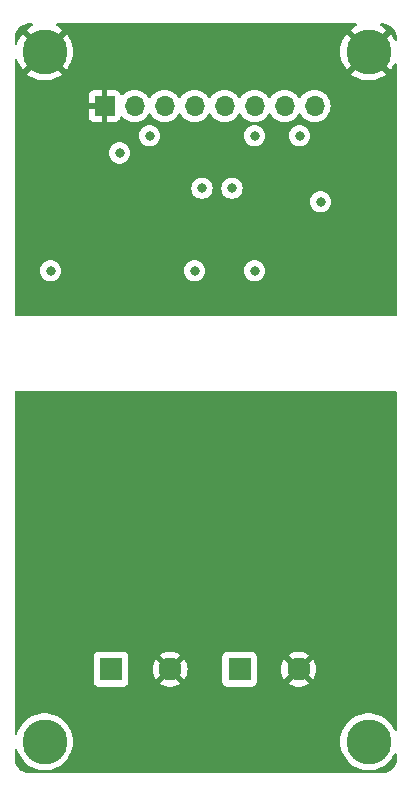
<source format=gbr>
%TF.GenerationSoftware,KiCad,Pcbnew,7.0.10-7.0.10~ubuntu22.04.1*%
%TF.CreationDate,2024-03-28T15:08:32-05:00*%
%TF.ProjectId,IIoT_Sensor,49496f54-5f53-4656-9e73-6f722e6b6963,1.0*%
%TF.SameCoordinates,Original*%
%TF.FileFunction,Copper,L2,Inr*%
%TF.FilePolarity,Positive*%
%FSLAX46Y46*%
G04 Gerber Fmt 4.6, Leading zero omitted, Abs format (unit mm)*
G04 Created by KiCad (PCBNEW 7.0.10-7.0.10~ubuntu22.04.1) date 2024-03-28 15:08:32*
%MOMM*%
%LPD*%
G01*
G04 APERTURE LIST*
%TA.AperFunction,ComponentPad*%
%ADD10C,3.800000*%
%TD*%
%TA.AperFunction,ComponentPad*%
%ADD11R,1.950000X1.950000*%
%TD*%
%TA.AperFunction,ComponentPad*%
%ADD12C,1.950000*%
%TD*%
%TA.AperFunction,ComponentPad*%
%ADD13R,1.700000X1.700000*%
%TD*%
%TA.AperFunction,ComponentPad*%
%ADD14O,1.700000X1.700000*%
%TD*%
%TA.AperFunction,ViaPad*%
%ADD15C,0.800000*%
%TD*%
G04 APERTURE END LIST*
D10*
%TO.N,N/C*%
%TO.C,*%
X174752000Y-112268000D03*
%TD*%
D11*
%TO.N,CHANNEL0*%
%TO.C,J4*%
X163830000Y-106122500D03*
D12*
%TO.N,HGND*%
X168830000Y-106122500D03*
%TD*%
D10*
%TO.N,DGND*%
%TO.C,*%
X174752000Y-53848000D03*
%TD*%
D11*
%TO.N,CHANNEL1*%
%TO.C,J5*%
X152948000Y-106122500D03*
D12*
%TO.N,HGND*%
X157948000Y-106122500D03*
%TD*%
D10*
%TO.N,N/C*%
%TO.C,*%
X147320000Y-112268000D03*
%TD*%
%TO.N,DGND*%
%TO.C,REF\u002A\u002A*%
X147320000Y-53848000D03*
%TD*%
D13*
%TO.N,DGND*%
%TO.C,J1*%
X152400000Y-58420000D03*
D14*
%TO.N,DIN*%
X154940000Y-58420000D03*
%TO.N,~{CS_MCU}*%
X157480000Y-58420000D03*
%TO.N,SCLK*%
X160020000Y-58420000D03*
%TO.N,~{DRDY}*%
X162560000Y-58420000D03*
%TO.N,DVDD*%
X165100000Y-58420000D03*
%TO.N,DOUT*%
X167640000Y-58420000D03*
%TO.N,~{SYNC}{slash}~{RESET}*%
X170180000Y-58420000D03*
%TD*%
D15*
%TO.N,DVDD*%
X165100000Y-72390000D03*
X168910000Y-60960000D03*
X163195000Y-65405000D03*
X147828000Y-72390000D03*
X160655000Y-65405000D03*
X170688000Y-66548000D03*
X156210000Y-60960000D03*
X165100000Y-60960000D03*
%TO.N,DGND*%
X154305000Y-66040000D03*
X165100000Y-65405000D03*
X162560000Y-72390000D03*
X153670000Y-72390000D03*
X174244000Y-60452000D03*
%TO.N,HGND*%
X162814000Y-92710000D03*
X162814000Y-86995000D03*
X173736000Y-95250000D03*
X162814000Y-90805000D03*
X157480000Y-92710000D03*
X163576000Y-95250000D03*
X162814000Y-88900000D03*
%TO.N,CLK*%
X153670000Y-62420363D03*
X160020000Y-72390000D03*
%TD*%
%TA.AperFunction,Conductor*%
%TO.N,HGND*%
G36*
X177107539Y-82569685D02*
G01*
X177153294Y-82622489D01*
X177164500Y-82674000D01*
X177164500Y-111202182D01*
X177144815Y-111269221D01*
X177092011Y-111314976D01*
X177022853Y-111324920D01*
X176959297Y-111295895D01*
X176928302Y-111254979D01*
X176859734Y-111109267D01*
X176859733Y-111109264D01*
X176697885Y-110854232D01*
X176505349Y-110621496D01*
X176285162Y-110414726D01*
X176285159Y-110414724D01*
X176285153Y-110414719D01*
X176040806Y-110237191D01*
X176040799Y-110237186D01*
X176040795Y-110237184D01*
X175776104Y-110091668D01*
X175776101Y-110091666D01*
X175776096Y-110091664D01*
X175776095Y-110091663D01*
X175495265Y-109980475D01*
X175495262Y-109980474D01*
X175202695Y-109905357D01*
X174903036Y-109867500D01*
X174903027Y-109867500D01*
X174600973Y-109867500D01*
X174600963Y-109867500D01*
X174301304Y-109905357D01*
X174008737Y-109980474D01*
X174008734Y-109980475D01*
X173727904Y-110091663D01*
X173727903Y-110091664D01*
X173463205Y-110237184D01*
X173463193Y-110237191D01*
X173218846Y-110414719D01*
X173218836Y-110414727D01*
X172998652Y-110621494D01*
X172806111Y-110854236D01*
X172644268Y-111109261D01*
X172644265Y-111109267D01*
X172515661Y-111382563D01*
X172515659Y-111382568D01*
X172422320Y-111669835D01*
X172365719Y-111966546D01*
X172365718Y-111966553D01*
X172346754Y-112267994D01*
X172346754Y-112268005D01*
X172365718Y-112569446D01*
X172365719Y-112569453D01*
X172422320Y-112866164D01*
X172515659Y-113153431D01*
X172515661Y-113153436D01*
X172644265Y-113426732D01*
X172644268Y-113426738D01*
X172806111Y-113681763D01*
X172998652Y-113914505D01*
X173218836Y-114121272D01*
X173218846Y-114121280D01*
X173463193Y-114298808D01*
X173463198Y-114298810D01*
X173463205Y-114298816D01*
X173727896Y-114444332D01*
X173727901Y-114444334D01*
X173727903Y-114444335D01*
X173727904Y-114444336D01*
X174008734Y-114555524D01*
X174008737Y-114555525D01*
X174106259Y-114580564D01*
X174301302Y-114630642D01*
X174448039Y-114649179D01*
X174600963Y-114668499D01*
X174600969Y-114668499D01*
X174600973Y-114668500D01*
X174600975Y-114668500D01*
X174903025Y-114668500D01*
X174903027Y-114668500D01*
X174903032Y-114668499D01*
X174903036Y-114668499D01*
X174982591Y-114658448D01*
X175202698Y-114630642D01*
X175495262Y-114555525D01*
X175495265Y-114555524D01*
X175776095Y-114444336D01*
X175776096Y-114444335D01*
X175776094Y-114444335D01*
X175776104Y-114444332D01*
X176040795Y-114298816D01*
X176285162Y-114121274D01*
X176505349Y-113914504D01*
X176697885Y-113681768D01*
X176859733Y-113426736D01*
X176928302Y-113281018D01*
X176974657Y-113228743D01*
X177041917Y-113209825D01*
X177108727Y-113230274D01*
X177153875Y-113283597D01*
X177164500Y-113333817D01*
X177164500Y-113660123D01*
X177164117Y-113669855D01*
X177160056Y-113721436D01*
X177159967Y-113722511D01*
X177147714Y-113862568D01*
X177144760Y-113880708D01*
X177125866Y-113959409D01*
X177125067Y-113962556D01*
X177096868Y-114067793D01*
X177091655Y-114083150D01*
X177058388Y-114163467D01*
X177056208Y-114168421D01*
X177012680Y-114261767D01*
X177006025Y-114274153D01*
X176959451Y-114350153D01*
X176955299Y-114356485D01*
X176897414Y-114439154D01*
X176890129Y-114448563D01*
X176831699Y-114516975D01*
X176825090Y-114524124D01*
X176754124Y-114595090D01*
X176746975Y-114601699D01*
X176678563Y-114660129D01*
X176669154Y-114667414D01*
X176586485Y-114725299D01*
X176580153Y-114729451D01*
X176504153Y-114776025D01*
X176491767Y-114782680D01*
X176398421Y-114826208D01*
X176393467Y-114828388D01*
X176313150Y-114861655D01*
X176297793Y-114866868D01*
X176192556Y-114895067D01*
X176189409Y-114895866D01*
X176110708Y-114914760D01*
X176092568Y-114917714D01*
X175952511Y-114929967D01*
X175951436Y-114930056D01*
X175899855Y-114934117D01*
X175890123Y-114934500D01*
X146054877Y-114934500D01*
X146045147Y-114934118D01*
X146040829Y-114933778D01*
X145993562Y-114930057D01*
X145992487Y-114929967D01*
X145852430Y-114917714D01*
X145834290Y-114914760D01*
X145755589Y-114895866D01*
X145752442Y-114895067D01*
X145647205Y-114866868D01*
X145631848Y-114861655D01*
X145551531Y-114828388D01*
X145546577Y-114826208D01*
X145453224Y-114782676D01*
X145440852Y-114776028D01*
X145393554Y-114747044D01*
X145364845Y-114729451D01*
X145358513Y-114725299D01*
X145277394Y-114668499D01*
X145275839Y-114667410D01*
X145266442Y-114660135D01*
X145198023Y-114601699D01*
X145190874Y-114595090D01*
X145119908Y-114524124D01*
X145113299Y-114516975D01*
X145092545Y-114492675D01*
X145054860Y-114448551D01*
X145047594Y-114439166D01*
X144989694Y-114356477D01*
X144985547Y-114350153D01*
X144938963Y-114274135D01*
X144932329Y-114261788D01*
X144888770Y-114168376D01*
X144886622Y-114163496D01*
X144853343Y-114083150D01*
X144848130Y-114067793D01*
X144819910Y-113962476D01*
X144819153Y-113959494D01*
X144800236Y-113880698D01*
X144797285Y-113862579D01*
X144785008Y-113722244D01*
X144784957Y-113721632D01*
X144780882Y-113669853D01*
X144780500Y-113660126D01*
X144780500Y-113003308D01*
X144800185Y-112936269D01*
X144852989Y-112890514D01*
X144922147Y-112880570D01*
X144985703Y-112909595D01*
X145022431Y-112964990D01*
X145083659Y-113153431D01*
X145083661Y-113153436D01*
X145212265Y-113426732D01*
X145212268Y-113426738D01*
X145374111Y-113681763D01*
X145566652Y-113914505D01*
X145786836Y-114121272D01*
X145786846Y-114121280D01*
X146031193Y-114298808D01*
X146031198Y-114298810D01*
X146031205Y-114298816D01*
X146295896Y-114444332D01*
X146295901Y-114444334D01*
X146295903Y-114444335D01*
X146295904Y-114444336D01*
X146576734Y-114555524D01*
X146576737Y-114555525D01*
X146674259Y-114580564D01*
X146869302Y-114630642D01*
X147016039Y-114649179D01*
X147168963Y-114668499D01*
X147168969Y-114668499D01*
X147168973Y-114668500D01*
X147168975Y-114668500D01*
X147471025Y-114668500D01*
X147471027Y-114668500D01*
X147471032Y-114668499D01*
X147471036Y-114668499D01*
X147550591Y-114658448D01*
X147770698Y-114630642D01*
X148063262Y-114555525D01*
X148063265Y-114555524D01*
X148344095Y-114444336D01*
X148344096Y-114444335D01*
X148344094Y-114444335D01*
X148344104Y-114444332D01*
X148608795Y-114298816D01*
X148853162Y-114121274D01*
X149073349Y-113914504D01*
X149265885Y-113681768D01*
X149427733Y-113426736D01*
X149556341Y-113153430D01*
X149649681Y-112866160D01*
X149706280Y-112569457D01*
X149725246Y-112268000D01*
X149706280Y-111966543D01*
X149649681Y-111669840D01*
X149556341Y-111382570D01*
X149427733Y-111109264D01*
X149265885Y-110854232D01*
X149073349Y-110621496D01*
X148853162Y-110414726D01*
X148853159Y-110414724D01*
X148853153Y-110414719D01*
X148608806Y-110237191D01*
X148608799Y-110237186D01*
X148608795Y-110237184D01*
X148344104Y-110091668D01*
X148344101Y-110091666D01*
X148344096Y-110091664D01*
X148344095Y-110091663D01*
X148063265Y-109980475D01*
X148063262Y-109980474D01*
X147770695Y-109905357D01*
X147471036Y-109867500D01*
X147471027Y-109867500D01*
X147168973Y-109867500D01*
X147168963Y-109867500D01*
X146869304Y-109905357D01*
X146576737Y-109980474D01*
X146576734Y-109980475D01*
X146295904Y-110091663D01*
X146295903Y-110091664D01*
X146031205Y-110237184D01*
X146031193Y-110237191D01*
X145786846Y-110414719D01*
X145786836Y-110414727D01*
X145566652Y-110621494D01*
X145374111Y-110854236D01*
X145212268Y-111109261D01*
X145212265Y-111109267D01*
X145083661Y-111382563D01*
X145083659Y-111382568D01*
X145022431Y-111571009D01*
X144982993Y-111628685D01*
X144918635Y-111655883D01*
X144849788Y-111643968D01*
X144798313Y-111596724D01*
X144780500Y-111532691D01*
X144780500Y-107145370D01*
X151472500Y-107145370D01*
X151472501Y-107145376D01*
X151478908Y-107204983D01*
X151529202Y-107339828D01*
X151529206Y-107339835D01*
X151615452Y-107455044D01*
X151615455Y-107455047D01*
X151730664Y-107541293D01*
X151730671Y-107541297D01*
X151865517Y-107591591D01*
X151865516Y-107591591D01*
X151872444Y-107592335D01*
X151925127Y-107598000D01*
X153970872Y-107597999D01*
X154030483Y-107591591D01*
X154165331Y-107541296D01*
X154280546Y-107455046D01*
X154366796Y-107339831D01*
X154417091Y-107204983D01*
X154423500Y-107145373D01*
X154423500Y-106122505D01*
X156467945Y-106122505D01*
X156488130Y-106366105D01*
X156548138Y-106603073D01*
X156646330Y-106826929D01*
X156742626Y-106974319D01*
X157345452Y-106371493D01*
X157355188Y-106401456D01*
X157443186Y-106540119D01*
X157562903Y-106652540D01*
X157697510Y-106726541D01*
X157095758Y-107328294D01*
X157095758Y-107328296D01*
X157138478Y-107361546D01*
X157138484Y-107361550D01*
X157353468Y-107477894D01*
X157353476Y-107477897D01*
X157584664Y-107557265D01*
X157825779Y-107597500D01*
X158070221Y-107597500D01*
X158311335Y-107557265D01*
X158542523Y-107477897D01*
X158542531Y-107477894D01*
X158757514Y-107361551D01*
X158757514Y-107361550D01*
X158800240Y-107328295D01*
X158800240Y-107328294D01*
X158617317Y-107145370D01*
X162354500Y-107145370D01*
X162354501Y-107145376D01*
X162360908Y-107204983D01*
X162411202Y-107339828D01*
X162411206Y-107339835D01*
X162497452Y-107455044D01*
X162497455Y-107455047D01*
X162612664Y-107541293D01*
X162612671Y-107541297D01*
X162747517Y-107591591D01*
X162747516Y-107591591D01*
X162754444Y-107592335D01*
X162807127Y-107598000D01*
X164852872Y-107597999D01*
X164912483Y-107591591D01*
X165047331Y-107541296D01*
X165162546Y-107455046D01*
X165248796Y-107339831D01*
X165299091Y-107204983D01*
X165305500Y-107145373D01*
X165305500Y-106122505D01*
X167349945Y-106122505D01*
X167370130Y-106366105D01*
X167430138Y-106603073D01*
X167528330Y-106826929D01*
X167624626Y-106974319D01*
X168227452Y-106371493D01*
X168237188Y-106401456D01*
X168325186Y-106540119D01*
X168444903Y-106652540D01*
X168579510Y-106726541D01*
X167977758Y-107328294D01*
X167977758Y-107328296D01*
X168020478Y-107361546D01*
X168020484Y-107361550D01*
X168235468Y-107477894D01*
X168235476Y-107477897D01*
X168466664Y-107557265D01*
X168707779Y-107597500D01*
X168952221Y-107597500D01*
X169193335Y-107557265D01*
X169424523Y-107477897D01*
X169424531Y-107477894D01*
X169639514Y-107361551D01*
X169639514Y-107361550D01*
X169682240Y-107328295D01*
X169682240Y-107328294D01*
X169077534Y-106723586D01*
X169145629Y-106696626D01*
X169278492Y-106600095D01*
X169383175Y-106473555D01*
X169431631Y-106370578D01*
X170035372Y-106974319D01*
X170131667Y-106826931D01*
X170131672Y-106826923D01*
X170229861Y-106603073D01*
X170289869Y-106366105D01*
X170310055Y-106122505D01*
X170310055Y-106122494D01*
X170289869Y-105878894D01*
X170229861Y-105641926D01*
X170131669Y-105418070D01*
X170035372Y-105270679D01*
X169432546Y-105873504D01*
X169422812Y-105843544D01*
X169334814Y-105704881D01*
X169215097Y-105592460D01*
X169080488Y-105518457D01*
X169682240Y-104916704D01*
X169682240Y-104916703D01*
X169639514Y-104883449D01*
X169424531Y-104767105D01*
X169424523Y-104767102D01*
X169193335Y-104687734D01*
X168952221Y-104647500D01*
X168707779Y-104647500D01*
X168466664Y-104687734D01*
X168235476Y-104767102D01*
X168235468Y-104767105D01*
X168020481Y-104883451D01*
X167977758Y-104916702D01*
X167977757Y-104916704D01*
X168582466Y-105521412D01*
X168514371Y-105548374D01*
X168381508Y-105644905D01*
X168276825Y-105771445D01*
X168228368Y-105874421D01*
X167624626Y-105270679D01*
X167528328Y-105418075D01*
X167430138Y-105641926D01*
X167370130Y-105878894D01*
X167349945Y-106122494D01*
X167349945Y-106122505D01*
X165305500Y-106122505D01*
X165305499Y-105099628D01*
X165299091Y-105040017D01*
X165253098Y-104916704D01*
X165248797Y-104905171D01*
X165248793Y-104905164D01*
X165162547Y-104789955D01*
X165162544Y-104789952D01*
X165047335Y-104703706D01*
X165047328Y-104703702D01*
X164912482Y-104653408D01*
X164912483Y-104653408D01*
X164852883Y-104647001D01*
X164852881Y-104647000D01*
X164852873Y-104647000D01*
X164852864Y-104647000D01*
X162807129Y-104647000D01*
X162807123Y-104647001D01*
X162747516Y-104653408D01*
X162612671Y-104703702D01*
X162612664Y-104703706D01*
X162497455Y-104789952D01*
X162497452Y-104789955D01*
X162411206Y-104905164D01*
X162411202Y-104905171D01*
X162360908Y-105040017D01*
X162354501Y-105099616D01*
X162354501Y-105099623D01*
X162354500Y-105099635D01*
X162354500Y-107145370D01*
X158617317Y-107145370D01*
X158195534Y-106723586D01*
X158263629Y-106696626D01*
X158396492Y-106600095D01*
X158501175Y-106473555D01*
X158549631Y-106370578D01*
X159153372Y-106974319D01*
X159249667Y-106826931D01*
X159249672Y-106826923D01*
X159347861Y-106603073D01*
X159407869Y-106366105D01*
X159428055Y-106122505D01*
X159428055Y-106122494D01*
X159407869Y-105878894D01*
X159347861Y-105641926D01*
X159249669Y-105418070D01*
X159153372Y-105270679D01*
X158550546Y-105873504D01*
X158540812Y-105843544D01*
X158452814Y-105704881D01*
X158333097Y-105592460D01*
X158198488Y-105518457D01*
X158800240Y-104916704D01*
X158800240Y-104916703D01*
X158757514Y-104883449D01*
X158542531Y-104767105D01*
X158542523Y-104767102D01*
X158311335Y-104687734D01*
X158070221Y-104647500D01*
X157825779Y-104647500D01*
X157584664Y-104687734D01*
X157353476Y-104767102D01*
X157353468Y-104767105D01*
X157138481Y-104883451D01*
X157095758Y-104916702D01*
X157095757Y-104916704D01*
X157700466Y-105521412D01*
X157632371Y-105548374D01*
X157499508Y-105644905D01*
X157394825Y-105771445D01*
X157346368Y-105874421D01*
X156742626Y-105270679D01*
X156646328Y-105418075D01*
X156548138Y-105641926D01*
X156488130Y-105878894D01*
X156467945Y-106122494D01*
X156467945Y-106122505D01*
X154423500Y-106122505D01*
X154423499Y-105099628D01*
X154417091Y-105040017D01*
X154371098Y-104916704D01*
X154366797Y-104905171D01*
X154366793Y-104905164D01*
X154280547Y-104789955D01*
X154280544Y-104789952D01*
X154165335Y-104703706D01*
X154165328Y-104703702D01*
X154030482Y-104653408D01*
X154030483Y-104653408D01*
X153970883Y-104647001D01*
X153970881Y-104647000D01*
X153970873Y-104647000D01*
X153970864Y-104647000D01*
X151925129Y-104647000D01*
X151925123Y-104647001D01*
X151865516Y-104653408D01*
X151730671Y-104703702D01*
X151730664Y-104703706D01*
X151615455Y-104789952D01*
X151615452Y-104789955D01*
X151529206Y-104905164D01*
X151529202Y-104905171D01*
X151478908Y-105040017D01*
X151472501Y-105099616D01*
X151472501Y-105099623D01*
X151472500Y-105099635D01*
X151472500Y-107145370D01*
X144780500Y-107145370D01*
X144780500Y-82674000D01*
X144800185Y-82606961D01*
X144852989Y-82561206D01*
X144904500Y-82550000D01*
X177040500Y-82550000D01*
X177107539Y-82569685D01*
G37*
%TD.AperFunction*%
%TD*%
%TA.AperFunction,Conductor*%
%TO.N,DGND*%
G36*
X173743251Y-51455185D02*
G01*
X173789006Y-51507989D01*
X173798950Y-51577147D01*
X173769925Y-51640703D01*
X173731348Y-51669927D01*
X173731523Y-51670245D01*
X173729358Y-51671434D01*
X173729014Y-51671696D01*
X173728108Y-51672122D01*
X173463476Y-51817604D01*
X173463471Y-51817607D01*
X173238565Y-51981010D01*
X173238564Y-51981011D01*
X174168693Y-52911140D01*
X174154590Y-52918411D01*
X173989460Y-53048271D01*
X173851890Y-53207035D01*
X173817334Y-53266887D01*
X172887311Y-52336864D01*
X172806520Y-52434525D01*
X172806518Y-52434528D01*
X172644707Y-52689502D01*
X172644704Y-52689508D01*
X172516127Y-52962747D01*
X172516125Y-52962752D01*
X172422805Y-53249959D01*
X172366216Y-53546609D01*
X172366215Y-53546616D01*
X172347255Y-53847994D01*
X172347255Y-53848005D01*
X172366215Y-54149383D01*
X172366216Y-54149390D01*
X172422805Y-54446040D01*
X172516125Y-54733247D01*
X172516127Y-54733252D01*
X172644704Y-55006491D01*
X172644707Y-55006497D01*
X172806516Y-55261469D01*
X172887311Y-55359133D01*
X173816210Y-54430234D01*
X173916894Y-54571624D01*
X174068932Y-54716592D01*
X174171222Y-54782329D01*
X173238564Y-55714987D01*
X173238565Y-55714989D01*
X173463461Y-55878385D01*
X173463479Y-55878397D01*
X173728109Y-56023878D01*
X173728117Y-56023882D01*
X174008889Y-56135047D01*
X174008892Y-56135048D01*
X174301399Y-56210150D01*
X174600995Y-56247999D01*
X174601007Y-56248000D01*
X174902993Y-56248000D01*
X174903004Y-56247999D01*
X175202600Y-56210150D01*
X175495107Y-56135048D01*
X175495110Y-56135047D01*
X175775882Y-56023882D01*
X175775890Y-56023878D01*
X176040520Y-55878397D01*
X176040530Y-55878390D01*
X176265433Y-55714987D01*
X176265434Y-55714987D01*
X175335307Y-54784859D01*
X175349410Y-54777589D01*
X175514540Y-54647729D01*
X175652110Y-54488965D01*
X175686665Y-54429112D01*
X176616687Y-55359134D01*
X176697486Y-55261464D01*
X176859290Y-55006500D01*
X176928301Y-54859846D01*
X176974657Y-54807569D01*
X177041917Y-54788651D01*
X177108727Y-54809100D01*
X177153875Y-54862423D01*
X177164500Y-54912643D01*
X177164500Y-76076000D01*
X177144815Y-76143039D01*
X177092011Y-76188794D01*
X177040500Y-76200000D01*
X144904500Y-76200000D01*
X144837461Y-76180315D01*
X144791706Y-76127511D01*
X144780500Y-76076000D01*
X144780500Y-72390000D01*
X146922540Y-72390000D01*
X146942326Y-72578256D01*
X146942327Y-72578259D01*
X147000818Y-72758277D01*
X147000821Y-72758284D01*
X147095467Y-72922216D01*
X147222129Y-73062888D01*
X147375265Y-73174148D01*
X147375270Y-73174151D01*
X147548192Y-73251142D01*
X147548197Y-73251144D01*
X147733354Y-73290500D01*
X147733355Y-73290500D01*
X147922644Y-73290500D01*
X147922646Y-73290500D01*
X148107803Y-73251144D01*
X148280730Y-73174151D01*
X148433871Y-73062888D01*
X148560533Y-72922216D01*
X148655179Y-72758284D01*
X148713674Y-72578256D01*
X148733460Y-72390000D01*
X159114540Y-72390000D01*
X159134326Y-72578256D01*
X159134327Y-72578259D01*
X159192818Y-72758277D01*
X159192821Y-72758284D01*
X159287467Y-72922216D01*
X159414129Y-73062888D01*
X159567265Y-73174148D01*
X159567270Y-73174151D01*
X159740192Y-73251142D01*
X159740197Y-73251144D01*
X159925354Y-73290500D01*
X159925355Y-73290500D01*
X160114644Y-73290500D01*
X160114646Y-73290500D01*
X160299803Y-73251144D01*
X160472730Y-73174151D01*
X160625871Y-73062888D01*
X160752533Y-72922216D01*
X160847179Y-72758284D01*
X160905674Y-72578256D01*
X160925460Y-72390000D01*
X164194540Y-72390000D01*
X164214326Y-72578256D01*
X164214327Y-72578259D01*
X164272818Y-72758277D01*
X164272821Y-72758284D01*
X164367467Y-72922216D01*
X164494129Y-73062888D01*
X164647265Y-73174148D01*
X164647270Y-73174151D01*
X164820192Y-73251142D01*
X164820197Y-73251144D01*
X165005354Y-73290500D01*
X165005355Y-73290500D01*
X165194644Y-73290500D01*
X165194646Y-73290500D01*
X165379803Y-73251144D01*
X165552730Y-73174151D01*
X165705871Y-73062888D01*
X165832533Y-72922216D01*
X165927179Y-72758284D01*
X165985674Y-72578256D01*
X166005460Y-72390000D01*
X165985674Y-72201744D01*
X165927179Y-72021716D01*
X165832533Y-71857784D01*
X165705871Y-71717112D01*
X165705870Y-71717111D01*
X165552734Y-71605851D01*
X165552729Y-71605848D01*
X165379807Y-71528857D01*
X165379802Y-71528855D01*
X165234001Y-71497865D01*
X165194646Y-71489500D01*
X165005354Y-71489500D01*
X164972897Y-71496398D01*
X164820197Y-71528855D01*
X164820192Y-71528857D01*
X164647270Y-71605848D01*
X164647265Y-71605851D01*
X164494129Y-71717111D01*
X164367466Y-71857785D01*
X164272821Y-72021715D01*
X164272818Y-72021722D01*
X164214327Y-72201740D01*
X164214326Y-72201744D01*
X164194540Y-72390000D01*
X160925460Y-72390000D01*
X160905674Y-72201744D01*
X160847179Y-72021716D01*
X160752533Y-71857784D01*
X160625871Y-71717112D01*
X160625870Y-71717111D01*
X160472734Y-71605851D01*
X160472729Y-71605848D01*
X160299807Y-71528857D01*
X160299802Y-71528855D01*
X160154001Y-71497865D01*
X160114646Y-71489500D01*
X159925354Y-71489500D01*
X159892897Y-71496398D01*
X159740197Y-71528855D01*
X159740192Y-71528857D01*
X159567270Y-71605848D01*
X159567265Y-71605851D01*
X159414129Y-71717111D01*
X159287466Y-71857785D01*
X159192821Y-72021715D01*
X159192818Y-72021722D01*
X159134327Y-72201740D01*
X159134326Y-72201744D01*
X159114540Y-72390000D01*
X148733460Y-72390000D01*
X148713674Y-72201744D01*
X148655179Y-72021716D01*
X148560533Y-71857784D01*
X148433871Y-71717112D01*
X148433870Y-71717111D01*
X148280734Y-71605851D01*
X148280729Y-71605848D01*
X148107807Y-71528857D01*
X148107802Y-71528855D01*
X147962001Y-71497865D01*
X147922646Y-71489500D01*
X147733354Y-71489500D01*
X147700897Y-71496398D01*
X147548197Y-71528855D01*
X147548192Y-71528857D01*
X147375270Y-71605848D01*
X147375265Y-71605851D01*
X147222129Y-71717111D01*
X147095466Y-71857785D01*
X147000821Y-72021715D01*
X147000818Y-72021722D01*
X146942327Y-72201740D01*
X146942326Y-72201744D01*
X146922540Y-72390000D01*
X144780500Y-72390000D01*
X144780500Y-66548000D01*
X169782540Y-66548000D01*
X169802326Y-66736256D01*
X169802327Y-66736259D01*
X169860818Y-66916277D01*
X169860821Y-66916284D01*
X169955467Y-67080216D01*
X170082129Y-67220888D01*
X170235265Y-67332148D01*
X170235270Y-67332151D01*
X170408192Y-67409142D01*
X170408197Y-67409144D01*
X170593354Y-67448500D01*
X170593355Y-67448500D01*
X170782644Y-67448500D01*
X170782646Y-67448500D01*
X170967803Y-67409144D01*
X171140730Y-67332151D01*
X171293871Y-67220888D01*
X171420533Y-67080216D01*
X171515179Y-66916284D01*
X171573674Y-66736256D01*
X171593460Y-66548000D01*
X171573674Y-66359744D01*
X171515179Y-66179716D01*
X171420533Y-66015784D01*
X171293871Y-65875112D01*
X171293870Y-65875111D01*
X171140734Y-65763851D01*
X171140729Y-65763848D01*
X170967807Y-65686857D01*
X170967802Y-65686855D01*
X170822001Y-65655865D01*
X170782646Y-65647500D01*
X170593354Y-65647500D01*
X170560897Y-65654398D01*
X170408197Y-65686855D01*
X170408192Y-65686857D01*
X170235270Y-65763848D01*
X170235265Y-65763851D01*
X170082129Y-65875111D01*
X169955466Y-66015785D01*
X169860821Y-66179715D01*
X169860818Y-66179722D01*
X169819951Y-66305500D01*
X169802326Y-66359744D01*
X169782540Y-66548000D01*
X144780500Y-66548000D01*
X144780500Y-65405000D01*
X159749540Y-65405000D01*
X159769326Y-65593256D01*
X159769327Y-65593259D01*
X159827818Y-65773277D01*
X159827821Y-65773284D01*
X159922467Y-65937216D01*
X159993211Y-66015785D01*
X160049129Y-66077888D01*
X160202265Y-66189148D01*
X160202270Y-66189151D01*
X160375192Y-66266142D01*
X160375197Y-66266144D01*
X160560354Y-66305500D01*
X160560355Y-66305500D01*
X160749644Y-66305500D01*
X160749646Y-66305500D01*
X160934803Y-66266144D01*
X161107730Y-66189151D01*
X161260871Y-66077888D01*
X161387533Y-65937216D01*
X161482179Y-65773284D01*
X161540674Y-65593256D01*
X161560460Y-65405000D01*
X162289540Y-65405000D01*
X162309326Y-65593256D01*
X162309327Y-65593259D01*
X162367818Y-65773277D01*
X162367821Y-65773284D01*
X162462467Y-65937216D01*
X162533211Y-66015785D01*
X162589129Y-66077888D01*
X162742265Y-66189148D01*
X162742270Y-66189151D01*
X162915192Y-66266142D01*
X162915197Y-66266144D01*
X163100354Y-66305500D01*
X163100355Y-66305500D01*
X163289644Y-66305500D01*
X163289646Y-66305500D01*
X163474803Y-66266144D01*
X163647730Y-66189151D01*
X163800871Y-66077888D01*
X163927533Y-65937216D01*
X164022179Y-65773284D01*
X164080674Y-65593256D01*
X164100460Y-65405000D01*
X164080674Y-65216744D01*
X164022179Y-65036716D01*
X163927533Y-64872784D01*
X163800871Y-64732112D01*
X163800870Y-64732111D01*
X163647734Y-64620851D01*
X163647729Y-64620848D01*
X163474807Y-64543857D01*
X163474802Y-64543855D01*
X163329001Y-64512865D01*
X163289646Y-64504500D01*
X163100354Y-64504500D01*
X163067897Y-64511398D01*
X162915197Y-64543855D01*
X162915192Y-64543857D01*
X162742270Y-64620848D01*
X162742265Y-64620851D01*
X162589129Y-64732111D01*
X162462466Y-64872785D01*
X162367821Y-65036715D01*
X162367818Y-65036722D01*
X162309327Y-65216740D01*
X162309326Y-65216744D01*
X162289540Y-65405000D01*
X161560460Y-65405000D01*
X161540674Y-65216744D01*
X161482179Y-65036716D01*
X161387533Y-64872784D01*
X161260871Y-64732112D01*
X161260870Y-64732111D01*
X161107734Y-64620851D01*
X161107729Y-64620848D01*
X160934807Y-64543857D01*
X160934802Y-64543855D01*
X160789001Y-64512865D01*
X160749646Y-64504500D01*
X160560354Y-64504500D01*
X160527897Y-64511398D01*
X160375197Y-64543855D01*
X160375192Y-64543857D01*
X160202270Y-64620848D01*
X160202265Y-64620851D01*
X160049129Y-64732111D01*
X159922466Y-64872785D01*
X159827821Y-65036715D01*
X159827818Y-65036722D01*
X159769327Y-65216740D01*
X159769326Y-65216744D01*
X159749540Y-65405000D01*
X144780500Y-65405000D01*
X144780500Y-62420363D01*
X152764540Y-62420363D01*
X152784326Y-62608619D01*
X152784327Y-62608622D01*
X152842818Y-62788640D01*
X152842821Y-62788647D01*
X152937467Y-62952579D01*
X153064129Y-63093251D01*
X153217265Y-63204511D01*
X153217270Y-63204514D01*
X153390192Y-63281505D01*
X153390197Y-63281507D01*
X153575354Y-63320863D01*
X153575355Y-63320863D01*
X153764644Y-63320863D01*
X153764646Y-63320863D01*
X153949803Y-63281507D01*
X154122730Y-63204514D01*
X154275871Y-63093251D01*
X154402533Y-62952579D01*
X154497179Y-62788647D01*
X154555674Y-62608619D01*
X154575460Y-62420363D01*
X154555674Y-62232107D01*
X154497179Y-62052079D01*
X154402533Y-61888147D01*
X154275871Y-61747475D01*
X154271292Y-61744148D01*
X154122734Y-61636214D01*
X154122729Y-61636211D01*
X153949807Y-61559220D01*
X153949802Y-61559218D01*
X153804001Y-61528228D01*
X153764646Y-61519863D01*
X153575354Y-61519863D01*
X153542897Y-61526761D01*
X153390197Y-61559218D01*
X153390192Y-61559220D01*
X153217270Y-61636211D01*
X153217265Y-61636214D01*
X153064129Y-61747474D01*
X152937466Y-61888148D01*
X152842821Y-62052078D01*
X152842818Y-62052085D01*
X152784327Y-62232103D01*
X152784326Y-62232107D01*
X152764540Y-62420363D01*
X144780500Y-62420363D01*
X144780500Y-60960000D01*
X155304540Y-60960000D01*
X155324326Y-61148256D01*
X155324327Y-61148259D01*
X155382818Y-61328277D01*
X155382821Y-61328284D01*
X155477467Y-61492216D01*
X155502361Y-61519863D01*
X155604129Y-61632888D01*
X155757265Y-61744148D01*
X155757270Y-61744151D01*
X155930192Y-61821142D01*
X155930197Y-61821144D01*
X156115354Y-61860500D01*
X156115355Y-61860500D01*
X156304644Y-61860500D01*
X156304646Y-61860500D01*
X156489803Y-61821144D01*
X156662730Y-61744151D01*
X156815871Y-61632888D01*
X156942533Y-61492216D01*
X157037179Y-61328284D01*
X157095674Y-61148256D01*
X157115460Y-60960000D01*
X164194540Y-60960000D01*
X164214326Y-61148256D01*
X164214327Y-61148259D01*
X164272818Y-61328277D01*
X164272821Y-61328284D01*
X164367467Y-61492216D01*
X164392361Y-61519863D01*
X164494129Y-61632888D01*
X164647265Y-61744148D01*
X164647270Y-61744151D01*
X164820192Y-61821142D01*
X164820197Y-61821144D01*
X165005354Y-61860500D01*
X165005355Y-61860500D01*
X165194644Y-61860500D01*
X165194646Y-61860500D01*
X165379803Y-61821144D01*
X165552730Y-61744151D01*
X165705871Y-61632888D01*
X165832533Y-61492216D01*
X165927179Y-61328284D01*
X165985674Y-61148256D01*
X166005460Y-60960000D01*
X168004540Y-60960000D01*
X168024326Y-61148256D01*
X168024327Y-61148259D01*
X168082818Y-61328277D01*
X168082821Y-61328284D01*
X168177467Y-61492216D01*
X168202361Y-61519863D01*
X168304129Y-61632888D01*
X168457265Y-61744148D01*
X168457270Y-61744151D01*
X168630192Y-61821142D01*
X168630197Y-61821144D01*
X168815354Y-61860500D01*
X168815355Y-61860500D01*
X169004644Y-61860500D01*
X169004646Y-61860500D01*
X169189803Y-61821144D01*
X169362730Y-61744151D01*
X169515871Y-61632888D01*
X169642533Y-61492216D01*
X169737179Y-61328284D01*
X169795674Y-61148256D01*
X169815460Y-60960000D01*
X169795674Y-60771744D01*
X169737179Y-60591716D01*
X169642533Y-60427784D01*
X169515871Y-60287112D01*
X169515870Y-60287111D01*
X169362734Y-60175851D01*
X169362729Y-60175848D01*
X169189807Y-60098857D01*
X169189802Y-60098855D01*
X169044001Y-60067865D01*
X169004646Y-60059500D01*
X168815354Y-60059500D01*
X168782897Y-60066398D01*
X168630197Y-60098855D01*
X168630192Y-60098857D01*
X168457270Y-60175848D01*
X168457265Y-60175851D01*
X168304129Y-60287111D01*
X168177466Y-60427785D01*
X168082821Y-60591715D01*
X168082818Y-60591722D01*
X168024327Y-60771740D01*
X168024326Y-60771744D01*
X168004540Y-60960000D01*
X166005460Y-60960000D01*
X165985674Y-60771744D01*
X165927179Y-60591716D01*
X165832533Y-60427784D01*
X165705871Y-60287112D01*
X165705870Y-60287111D01*
X165552734Y-60175851D01*
X165552729Y-60175848D01*
X165379807Y-60098857D01*
X165379802Y-60098855D01*
X165234001Y-60067865D01*
X165194646Y-60059500D01*
X165005354Y-60059500D01*
X164972897Y-60066398D01*
X164820197Y-60098855D01*
X164820192Y-60098857D01*
X164647270Y-60175848D01*
X164647265Y-60175851D01*
X164494129Y-60287111D01*
X164367466Y-60427785D01*
X164272821Y-60591715D01*
X164272818Y-60591722D01*
X164214327Y-60771740D01*
X164214326Y-60771744D01*
X164194540Y-60960000D01*
X157115460Y-60960000D01*
X157095674Y-60771744D01*
X157037179Y-60591716D01*
X156942533Y-60427784D01*
X156815871Y-60287112D01*
X156815870Y-60287111D01*
X156662734Y-60175851D01*
X156662729Y-60175848D01*
X156489807Y-60098857D01*
X156489802Y-60098855D01*
X156344001Y-60067865D01*
X156304646Y-60059500D01*
X156115354Y-60059500D01*
X156082897Y-60066398D01*
X155930197Y-60098855D01*
X155930192Y-60098857D01*
X155757270Y-60175848D01*
X155757265Y-60175851D01*
X155604129Y-60287111D01*
X155477466Y-60427785D01*
X155382821Y-60591715D01*
X155382818Y-60591722D01*
X155324327Y-60771740D01*
X155324326Y-60771744D01*
X155304540Y-60960000D01*
X144780500Y-60960000D01*
X144780500Y-59317844D01*
X151050000Y-59317844D01*
X151056401Y-59377372D01*
X151056403Y-59377379D01*
X151106645Y-59512086D01*
X151106649Y-59512093D01*
X151192809Y-59627187D01*
X151192812Y-59627190D01*
X151307906Y-59713350D01*
X151307913Y-59713354D01*
X151442620Y-59763596D01*
X151442627Y-59763598D01*
X151502155Y-59769999D01*
X151502172Y-59770000D01*
X152150000Y-59770000D01*
X152150000Y-58855501D01*
X152257685Y-58904680D01*
X152364237Y-58920000D01*
X152435763Y-58920000D01*
X152542315Y-58904680D01*
X152650000Y-58855501D01*
X152650000Y-59770000D01*
X153297828Y-59770000D01*
X153297844Y-59769999D01*
X153357372Y-59763598D01*
X153357379Y-59763596D01*
X153492086Y-59713354D01*
X153492093Y-59713350D01*
X153607187Y-59627190D01*
X153607190Y-59627187D01*
X153693350Y-59512093D01*
X153693354Y-59512086D01*
X153742422Y-59380529D01*
X153784293Y-59324595D01*
X153849757Y-59300178D01*
X153918030Y-59315030D01*
X153946285Y-59336181D01*
X154068599Y-59458495D01*
X154145135Y-59512086D01*
X154262165Y-59594032D01*
X154262167Y-59594033D01*
X154262170Y-59594035D01*
X154476337Y-59693903D01*
X154704592Y-59755063D01*
X154875319Y-59770000D01*
X154939999Y-59775659D01*
X154940000Y-59775659D01*
X154940001Y-59775659D01*
X155004681Y-59770000D01*
X155175408Y-59755063D01*
X155403663Y-59693903D01*
X155617830Y-59594035D01*
X155811401Y-59458495D01*
X155978495Y-59291401D01*
X156108425Y-59105842D01*
X156163002Y-59062217D01*
X156232500Y-59055023D01*
X156294855Y-59086546D01*
X156311575Y-59105842D01*
X156441500Y-59291395D01*
X156441505Y-59291401D01*
X156608599Y-59458495D01*
X156685135Y-59512086D01*
X156802165Y-59594032D01*
X156802167Y-59594033D01*
X156802170Y-59594035D01*
X157016337Y-59693903D01*
X157244592Y-59755063D01*
X157415319Y-59770000D01*
X157479999Y-59775659D01*
X157480000Y-59775659D01*
X157480001Y-59775659D01*
X157544681Y-59770000D01*
X157715408Y-59755063D01*
X157943663Y-59693903D01*
X158157830Y-59594035D01*
X158351401Y-59458495D01*
X158518495Y-59291401D01*
X158648425Y-59105842D01*
X158703002Y-59062217D01*
X158772500Y-59055023D01*
X158834855Y-59086546D01*
X158851575Y-59105842D01*
X158981500Y-59291395D01*
X158981505Y-59291401D01*
X159148599Y-59458495D01*
X159225135Y-59512086D01*
X159342165Y-59594032D01*
X159342167Y-59594033D01*
X159342170Y-59594035D01*
X159556337Y-59693903D01*
X159784592Y-59755063D01*
X159955319Y-59770000D01*
X160019999Y-59775659D01*
X160020000Y-59775659D01*
X160020001Y-59775659D01*
X160084681Y-59770000D01*
X160255408Y-59755063D01*
X160483663Y-59693903D01*
X160697830Y-59594035D01*
X160891401Y-59458495D01*
X161058495Y-59291401D01*
X161188425Y-59105842D01*
X161243002Y-59062217D01*
X161312500Y-59055023D01*
X161374855Y-59086546D01*
X161391575Y-59105842D01*
X161521500Y-59291395D01*
X161521505Y-59291401D01*
X161688599Y-59458495D01*
X161765135Y-59512086D01*
X161882165Y-59594032D01*
X161882167Y-59594033D01*
X161882170Y-59594035D01*
X162096337Y-59693903D01*
X162324592Y-59755063D01*
X162495319Y-59770000D01*
X162559999Y-59775659D01*
X162560000Y-59775659D01*
X162560001Y-59775659D01*
X162624681Y-59770000D01*
X162795408Y-59755063D01*
X163023663Y-59693903D01*
X163237830Y-59594035D01*
X163431401Y-59458495D01*
X163598495Y-59291401D01*
X163728425Y-59105842D01*
X163783002Y-59062217D01*
X163852500Y-59055023D01*
X163914855Y-59086546D01*
X163931575Y-59105842D01*
X164061500Y-59291395D01*
X164061505Y-59291401D01*
X164228599Y-59458495D01*
X164305135Y-59512086D01*
X164422165Y-59594032D01*
X164422167Y-59594033D01*
X164422170Y-59594035D01*
X164636337Y-59693903D01*
X164864592Y-59755063D01*
X165035319Y-59770000D01*
X165099999Y-59775659D01*
X165100000Y-59775659D01*
X165100001Y-59775659D01*
X165164681Y-59770000D01*
X165335408Y-59755063D01*
X165563663Y-59693903D01*
X165777830Y-59594035D01*
X165971401Y-59458495D01*
X166138495Y-59291401D01*
X166268425Y-59105842D01*
X166323002Y-59062217D01*
X166392500Y-59055023D01*
X166454855Y-59086546D01*
X166471575Y-59105842D01*
X166601500Y-59291395D01*
X166601505Y-59291401D01*
X166768599Y-59458495D01*
X166845135Y-59512086D01*
X166962165Y-59594032D01*
X166962167Y-59594033D01*
X166962170Y-59594035D01*
X167176337Y-59693903D01*
X167404592Y-59755063D01*
X167575319Y-59770000D01*
X167639999Y-59775659D01*
X167640000Y-59775659D01*
X167640001Y-59775659D01*
X167704681Y-59770000D01*
X167875408Y-59755063D01*
X168103663Y-59693903D01*
X168317830Y-59594035D01*
X168511401Y-59458495D01*
X168678495Y-59291401D01*
X168808425Y-59105842D01*
X168863002Y-59062217D01*
X168932500Y-59055023D01*
X168994855Y-59086546D01*
X169011575Y-59105842D01*
X169141500Y-59291395D01*
X169141505Y-59291401D01*
X169308599Y-59458495D01*
X169385135Y-59512086D01*
X169502165Y-59594032D01*
X169502167Y-59594033D01*
X169502170Y-59594035D01*
X169716337Y-59693903D01*
X169944592Y-59755063D01*
X170115319Y-59770000D01*
X170179999Y-59775659D01*
X170180000Y-59775659D01*
X170180001Y-59775659D01*
X170244681Y-59770000D01*
X170415408Y-59755063D01*
X170643663Y-59693903D01*
X170857830Y-59594035D01*
X171051401Y-59458495D01*
X171218495Y-59291401D01*
X171354035Y-59097830D01*
X171453903Y-58883663D01*
X171515063Y-58655408D01*
X171535659Y-58420000D01*
X171515063Y-58184592D01*
X171453903Y-57956337D01*
X171354035Y-57742171D01*
X171348425Y-57734158D01*
X171218494Y-57548597D01*
X171051402Y-57381506D01*
X171051395Y-57381501D01*
X170857834Y-57245967D01*
X170857830Y-57245965D01*
X170786727Y-57212809D01*
X170643663Y-57146097D01*
X170643659Y-57146096D01*
X170643655Y-57146094D01*
X170415413Y-57084938D01*
X170415403Y-57084936D01*
X170180001Y-57064341D01*
X170179999Y-57064341D01*
X169944596Y-57084936D01*
X169944586Y-57084938D01*
X169716344Y-57146094D01*
X169716335Y-57146098D01*
X169502171Y-57245964D01*
X169502169Y-57245965D01*
X169308597Y-57381505D01*
X169141505Y-57548597D01*
X169011575Y-57734158D01*
X168956998Y-57777783D01*
X168887500Y-57784977D01*
X168825145Y-57753454D01*
X168808425Y-57734158D01*
X168678494Y-57548597D01*
X168511402Y-57381506D01*
X168511395Y-57381501D01*
X168317834Y-57245967D01*
X168317830Y-57245965D01*
X168246727Y-57212809D01*
X168103663Y-57146097D01*
X168103659Y-57146096D01*
X168103655Y-57146094D01*
X167875413Y-57084938D01*
X167875403Y-57084936D01*
X167640001Y-57064341D01*
X167639999Y-57064341D01*
X167404596Y-57084936D01*
X167404586Y-57084938D01*
X167176344Y-57146094D01*
X167176335Y-57146098D01*
X166962171Y-57245964D01*
X166962169Y-57245965D01*
X166768597Y-57381505D01*
X166601505Y-57548597D01*
X166471575Y-57734158D01*
X166416998Y-57777783D01*
X166347500Y-57784977D01*
X166285145Y-57753454D01*
X166268425Y-57734158D01*
X166138494Y-57548597D01*
X165971402Y-57381506D01*
X165971395Y-57381501D01*
X165777834Y-57245967D01*
X165777830Y-57245965D01*
X165706727Y-57212809D01*
X165563663Y-57146097D01*
X165563659Y-57146096D01*
X165563655Y-57146094D01*
X165335413Y-57084938D01*
X165335403Y-57084936D01*
X165100001Y-57064341D01*
X165099999Y-57064341D01*
X164864596Y-57084936D01*
X164864586Y-57084938D01*
X164636344Y-57146094D01*
X164636335Y-57146098D01*
X164422171Y-57245964D01*
X164422169Y-57245965D01*
X164228597Y-57381505D01*
X164061505Y-57548597D01*
X163931575Y-57734158D01*
X163876998Y-57777783D01*
X163807500Y-57784977D01*
X163745145Y-57753454D01*
X163728425Y-57734158D01*
X163598494Y-57548597D01*
X163431402Y-57381506D01*
X163431395Y-57381501D01*
X163237834Y-57245967D01*
X163237830Y-57245965D01*
X163166727Y-57212809D01*
X163023663Y-57146097D01*
X163023659Y-57146096D01*
X163023655Y-57146094D01*
X162795413Y-57084938D01*
X162795403Y-57084936D01*
X162560001Y-57064341D01*
X162559999Y-57064341D01*
X162324596Y-57084936D01*
X162324586Y-57084938D01*
X162096344Y-57146094D01*
X162096335Y-57146098D01*
X161882171Y-57245964D01*
X161882169Y-57245965D01*
X161688597Y-57381505D01*
X161521505Y-57548597D01*
X161391575Y-57734158D01*
X161336998Y-57777783D01*
X161267500Y-57784977D01*
X161205145Y-57753454D01*
X161188425Y-57734158D01*
X161058494Y-57548597D01*
X160891402Y-57381506D01*
X160891395Y-57381501D01*
X160697834Y-57245967D01*
X160697830Y-57245965D01*
X160626727Y-57212809D01*
X160483663Y-57146097D01*
X160483659Y-57146096D01*
X160483655Y-57146094D01*
X160255413Y-57084938D01*
X160255403Y-57084936D01*
X160020001Y-57064341D01*
X160019999Y-57064341D01*
X159784596Y-57084936D01*
X159784586Y-57084938D01*
X159556344Y-57146094D01*
X159556335Y-57146098D01*
X159342171Y-57245964D01*
X159342169Y-57245965D01*
X159148597Y-57381505D01*
X158981505Y-57548597D01*
X158851575Y-57734158D01*
X158796998Y-57777783D01*
X158727500Y-57784977D01*
X158665145Y-57753454D01*
X158648425Y-57734158D01*
X158518494Y-57548597D01*
X158351402Y-57381506D01*
X158351395Y-57381501D01*
X158157834Y-57245967D01*
X158157830Y-57245965D01*
X158086727Y-57212809D01*
X157943663Y-57146097D01*
X157943659Y-57146096D01*
X157943655Y-57146094D01*
X157715413Y-57084938D01*
X157715403Y-57084936D01*
X157480001Y-57064341D01*
X157479999Y-57064341D01*
X157244596Y-57084936D01*
X157244586Y-57084938D01*
X157016344Y-57146094D01*
X157016335Y-57146098D01*
X156802171Y-57245964D01*
X156802169Y-57245965D01*
X156608597Y-57381505D01*
X156441505Y-57548597D01*
X156311575Y-57734158D01*
X156256998Y-57777783D01*
X156187500Y-57784977D01*
X156125145Y-57753454D01*
X156108425Y-57734158D01*
X155978494Y-57548597D01*
X155811402Y-57381506D01*
X155811395Y-57381501D01*
X155617834Y-57245967D01*
X155617830Y-57245965D01*
X155546727Y-57212809D01*
X155403663Y-57146097D01*
X155403659Y-57146096D01*
X155403655Y-57146094D01*
X155175413Y-57084938D01*
X155175403Y-57084936D01*
X154940001Y-57064341D01*
X154939999Y-57064341D01*
X154704596Y-57084936D01*
X154704586Y-57084938D01*
X154476344Y-57146094D01*
X154476335Y-57146098D01*
X154262171Y-57245964D01*
X154262169Y-57245965D01*
X154068600Y-57381503D01*
X153946284Y-57503819D01*
X153884961Y-57537303D01*
X153815269Y-57532319D01*
X153759336Y-57490447D01*
X153742421Y-57459470D01*
X153693354Y-57327913D01*
X153693350Y-57327906D01*
X153607190Y-57212812D01*
X153607187Y-57212809D01*
X153492093Y-57126649D01*
X153492086Y-57126645D01*
X153357379Y-57076403D01*
X153357372Y-57076401D01*
X153297844Y-57070000D01*
X152650000Y-57070000D01*
X152650000Y-57984498D01*
X152542315Y-57935320D01*
X152435763Y-57920000D01*
X152364237Y-57920000D01*
X152257685Y-57935320D01*
X152150000Y-57984498D01*
X152150000Y-57070000D01*
X151502155Y-57070000D01*
X151442627Y-57076401D01*
X151442620Y-57076403D01*
X151307913Y-57126645D01*
X151307906Y-57126649D01*
X151192812Y-57212809D01*
X151192809Y-57212812D01*
X151106649Y-57327906D01*
X151106645Y-57327913D01*
X151056403Y-57462620D01*
X151056401Y-57462627D01*
X151050000Y-57522155D01*
X151050000Y-58170000D01*
X151966314Y-58170000D01*
X151940507Y-58210156D01*
X151900000Y-58348111D01*
X151900000Y-58491889D01*
X151940507Y-58629844D01*
X151966314Y-58670000D01*
X151050000Y-58670000D01*
X151050000Y-59317844D01*
X144780500Y-59317844D01*
X144780500Y-54581690D01*
X144800185Y-54514651D01*
X144852989Y-54468896D01*
X144922147Y-54458952D01*
X144985703Y-54487977D01*
X145022431Y-54543372D01*
X145084125Y-54733247D01*
X145084127Y-54733252D01*
X145212704Y-55006491D01*
X145212707Y-55006497D01*
X145374516Y-55261469D01*
X145455311Y-55359133D01*
X146384210Y-54430234D01*
X146484894Y-54571624D01*
X146636932Y-54716592D01*
X146739222Y-54782329D01*
X145806564Y-55714987D01*
X145806565Y-55714989D01*
X146031461Y-55878385D01*
X146031479Y-55878397D01*
X146296109Y-56023878D01*
X146296117Y-56023882D01*
X146576889Y-56135047D01*
X146576892Y-56135048D01*
X146869399Y-56210150D01*
X147168995Y-56247999D01*
X147169007Y-56248000D01*
X147470993Y-56248000D01*
X147471004Y-56247999D01*
X147770600Y-56210150D01*
X148063107Y-56135048D01*
X148063110Y-56135047D01*
X148343882Y-56023882D01*
X148343890Y-56023878D01*
X148608520Y-55878397D01*
X148608530Y-55878390D01*
X148833433Y-55714987D01*
X148833434Y-55714987D01*
X147903307Y-54784859D01*
X147917410Y-54777589D01*
X148082540Y-54647729D01*
X148220110Y-54488965D01*
X148254665Y-54429112D01*
X149184687Y-55359134D01*
X149265486Y-55261464D01*
X149427292Y-55006497D01*
X149427295Y-55006491D01*
X149555872Y-54733252D01*
X149555874Y-54733247D01*
X149649194Y-54446040D01*
X149705783Y-54149390D01*
X149705784Y-54149383D01*
X149724745Y-53848005D01*
X149724745Y-53847994D01*
X149705784Y-53546616D01*
X149705783Y-53546609D01*
X149649194Y-53249959D01*
X149555874Y-52962752D01*
X149555872Y-52962747D01*
X149427295Y-52689508D01*
X149427292Y-52689502D01*
X149265483Y-52434530D01*
X149184686Y-52336864D01*
X148255787Y-53265763D01*
X148155106Y-53124376D01*
X148003068Y-52979408D01*
X147900776Y-52913669D01*
X148833434Y-51981011D01*
X148833433Y-51981009D01*
X148608538Y-51817614D01*
X148608520Y-51817602D01*
X148343891Y-51672122D01*
X148342986Y-51671696D01*
X148342773Y-51671507D01*
X148340477Y-51670245D01*
X148340763Y-51669724D01*
X148290710Y-51625338D01*
X148271796Y-51558077D01*
X148292249Y-51491268D01*
X148345574Y-51446122D01*
X148395788Y-51435500D01*
X173676212Y-51435500D01*
X173743251Y-51455185D01*
G37*
%TD.AperFunction*%
%TA.AperFunction,Conductor*%
G36*
X146311251Y-51455185D02*
G01*
X146357006Y-51507989D01*
X146366950Y-51577147D01*
X146337925Y-51640703D01*
X146299348Y-51669927D01*
X146299523Y-51670245D01*
X146297358Y-51671434D01*
X146297014Y-51671696D01*
X146296108Y-51672122D01*
X146031476Y-51817604D01*
X146031471Y-51817607D01*
X145806565Y-51981010D01*
X145806564Y-51981011D01*
X146736693Y-52911140D01*
X146722590Y-52918411D01*
X146557460Y-53048271D01*
X146419890Y-53207035D01*
X146385334Y-53266887D01*
X145455311Y-52336864D01*
X145374520Y-52434525D01*
X145374518Y-52434528D01*
X145212707Y-52689502D01*
X145212704Y-52689508D01*
X145084127Y-52962747D01*
X145084125Y-52962752D01*
X145022431Y-53152627D01*
X144982993Y-53210303D01*
X144918635Y-53237501D01*
X144849788Y-53225586D01*
X144798313Y-53178342D01*
X144780500Y-53114309D01*
X144780500Y-52709873D01*
X144780882Y-52700146D01*
X144781719Y-52689508D01*
X144784964Y-52648278D01*
X144785004Y-52647795D01*
X144797286Y-52507416D01*
X144800235Y-52489305D01*
X144819162Y-52410469D01*
X144819901Y-52407559D01*
X144848133Y-52302196D01*
X144853343Y-52286848D01*
X144886637Y-52206469D01*
X144888754Y-52201656D01*
X144932336Y-52108196D01*
X144938954Y-52095878D01*
X144985572Y-52019806D01*
X144989673Y-52013552D01*
X145047608Y-51930812D01*
X145054843Y-51921468D01*
X145113323Y-51852996D01*
X145119883Y-51845900D01*
X145190900Y-51774883D01*
X145197996Y-51768323D01*
X145266468Y-51709843D01*
X145275812Y-51702608D01*
X145358552Y-51644673D01*
X145364806Y-51640572D01*
X145440878Y-51593954D01*
X145453196Y-51587336D01*
X145546656Y-51543754D01*
X145551469Y-51541637D01*
X145631853Y-51508341D01*
X145647196Y-51503133D01*
X145752559Y-51474901D01*
X145755469Y-51474162D01*
X145834305Y-51455235D01*
X145852416Y-51452286D01*
X145992790Y-51440005D01*
X145993342Y-51439959D01*
X146039382Y-51436335D01*
X146045148Y-51435882D01*
X146054874Y-51435500D01*
X146244212Y-51435500D01*
X146311251Y-51455185D01*
G37*
%TD.AperFunction*%
%TA.AperFunction,Conductor*%
G36*
X175899853Y-51435882D02*
G01*
X175902530Y-51436092D01*
X175951632Y-51439957D01*
X175952244Y-51440008D01*
X176092579Y-51452285D01*
X176110698Y-51455236D01*
X176189494Y-51474153D01*
X176192476Y-51474910D01*
X176297793Y-51503130D01*
X176313150Y-51508343D01*
X176341451Y-51520065D01*
X176393496Y-51541622D01*
X176398376Y-51543770D01*
X176491788Y-51587329D01*
X176504135Y-51593963D01*
X176580163Y-51640553D01*
X176586477Y-51644694D01*
X176669166Y-51702594D01*
X176678551Y-51709860D01*
X176746975Y-51768299D01*
X176754124Y-51774908D01*
X176825090Y-51845874D01*
X176831699Y-51853023D01*
X176890135Y-51921442D01*
X176897414Y-51930844D01*
X176955299Y-52013513D01*
X176959451Y-52019845D01*
X177006028Y-52095852D01*
X177012680Y-52108231D01*
X177056208Y-52201577D01*
X177058388Y-52206531D01*
X177091655Y-52286848D01*
X177096868Y-52302205D01*
X177125067Y-52407442D01*
X177125866Y-52410589D01*
X177144760Y-52489290D01*
X177147714Y-52507430D01*
X177159967Y-52647487D01*
X177160056Y-52648562D01*
X177164117Y-52700144D01*
X177164500Y-52709876D01*
X177164500Y-52783356D01*
X177144815Y-52850395D01*
X177092011Y-52896150D01*
X177022853Y-52906094D01*
X176959297Y-52877069D01*
X176928302Y-52836153D01*
X176859295Y-52689508D01*
X176859292Y-52689502D01*
X176697483Y-52434530D01*
X176616686Y-52336864D01*
X175687787Y-53265763D01*
X175587106Y-53124376D01*
X175435068Y-52979408D01*
X175332776Y-52913669D01*
X176265434Y-51981011D01*
X176265433Y-51981009D01*
X176040538Y-51817614D01*
X176040520Y-51817602D01*
X175775891Y-51672122D01*
X175774986Y-51671696D01*
X175774773Y-51671507D01*
X175772477Y-51670245D01*
X175772763Y-51669724D01*
X175722710Y-51625338D01*
X175703796Y-51558077D01*
X175724249Y-51491268D01*
X175777574Y-51446122D01*
X175827788Y-51435500D01*
X175890126Y-51435500D01*
X175899853Y-51435882D01*
G37*
%TD.AperFunction*%
%TD*%
M02*

</source>
